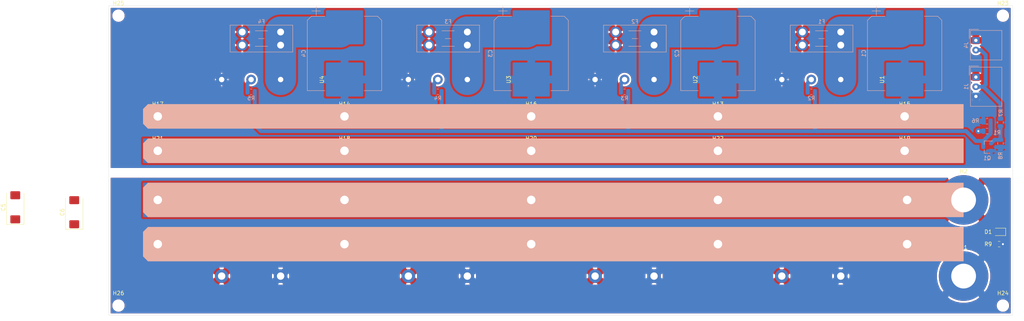
<source format=kicad_pcb>
(kicad_pcb (version 20171130) (host pcbnew "(5.1.5)-3")
  (layers (0 F.Cu signal) (31 B.Cu signal) (34 B.Paste user) (35 F.Paste user) (36 B.SilkS user) (37 F.SilkS user) (38 B.Mask user) (39 F.Mask user) (44 Edge.Cuts user))
  (net 0 "")
  (net 1 "Net-(C1-Pad1)")
  (net 2 GNDA)
  (net 3 "Net-(C2-Pad1)")
  (net 4 "Net-(C3-Pad1)")
  (net 5 "Net-(C4-Pad1)")
  (net 6 GND)
  (net 7 +12V)
  (net 8 +48V)
  (net 9 RC)
  (net 10 "Net-(R2-Pad1)")
  (net 11 "Net-(R3-Pad1)")
  (net 12 "Net-(R4-Pad1)")
  (net 13 "Net-(R5-Pad1)")
  (net 14 "Net-(J1-Pad2)")
  (net 15 "Net-(Q1-Pad1)")
  (net 16 "Net-(D1-Pad2)")
  (module ps_auv_dcdc:dcdc_48to12 (layer F.Cu) (at 227.08 48.26 270)
    (fp_text reference U1 (at 0 0.5 90) (layer F.SilkS))
    (fp_text value DCQ0150V2NBSC)
    (pad 5 thru_hole circle (at 50.8 11.18 270) (size 3.5 3.5) (drill 1.91) (layers *.Cu *.Mask) (net 7 +12V))
    (pad 1 thru_hole circle (at 0 11.18 270) (size 2.5 2.5) (drill 1.4) (layers *.Cu *.Mask) (net 1 "Net-(C1-Pad1)"))
    (pad 2 thru_hole circle (at 0 18.8 270) (size 2.5 2.5) (drill 1.4) (layers *.Cu *.Mask) (net 10 "Net-(R2-Pad1)"))
    (pad 3 thru_hole circle (at 0 26.42 270) (size 2.5 2.5) (drill 1.4) (layers *.Cu *.Mask) (net 2 GNDA))
    (pad 4 thru_hole circle (at 50.8 26.42 270) (size 3.5 3.5) (drill 1.91) (layers *.Cu *.Mask) (net 6 GND))
  )
  (module ps_auv_dcdc:dcdc_48to12 (layer F.Cu) (at 178.82 48.26 270)
    (fp_text reference U2 (at 0 0.5 90) (layer F.SilkS))
    (fp_text value DCQ0150V2NBSC)
    (pad 4 thru_hole circle (at 50.8 26.42 270) (size 3.5 3.5) (drill 1.91) (layers *.Cu *.Mask) (net 6 GND))
    (pad 3 thru_hole circle (at 0 26.42 270) (size 2.5 2.5) (drill 1.4) (layers *.Cu *.Mask) (net 2 GNDA))
    (pad 2 thru_hole circle (at 0 18.8 270) (size 2.5 2.5) (drill 1.4) (layers *.Cu *.Mask) (net 11 "Net-(R3-Pad1)"))
    (pad 1 thru_hole circle (at 0 11.18 270) (size 2.5 2.5) (drill 1.4) (layers *.Cu *.Mask) (net 3 "Net-(C2-Pad1)"))
    (pad 5 thru_hole circle (at 50.8 11.18 270) (size 3.5 3.5) (drill 1.91) (layers *.Cu *.Mask) (net 7 +12V))
  )
  (module ps_auv_dcdc:dcdc_48to12 (layer F.Cu) (at 130.56 48.26 270)
    (fp_text reference U3 (at 0 0.5 90) (layer F.SilkS))
    (fp_text value DCQ0150V2NBSC)
    (pad 5 thru_hole circle (at 50.8 11.18 270) (size 3.5 3.5) (drill 1.91) (layers *.Cu *.Mask) (net 7 +12V))
    (pad 1 thru_hole circle (at 0 11.18 270) (size 2.5 2.5) (drill 1.4) (layers *.Cu *.Mask) (net 4 "Net-(C3-Pad1)"))
    (pad 2 thru_hole circle (at 0 18.8 270) (size 2.5 2.5) (drill 1.4) (layers *.Cu *.Mask) (net 12 "Net-(R4-Pad1)"))
    (pad 3 thru_hole circle (at 0 26.42 270) (size 2.5 2.5) (drill 1.4) (layers *.Cu *.Mask) (net 2 GNDA))
    (pad 4 thru_hole circle (at 50.8 26.42 270) (size 3.5 3.5) (drill 1.91) (layers *.Cu *.Mask) (net 6 GND))
  )
  (module ps_auv_dcdc:dcdc_48to12 (layer F.Cu) (at 82.3 48.26 270)
    (fp_text reference U4 (at 0 0.5 90) (layer F.SilkS))
    (fp_text value DCQ0150V2NBSC)
    (pad 4 thru_hole circle (at 50.8 26.42 270) (size 3.5 3.5) (drill 1.91) (layers *.Cu *.Mask) (net 6 GND))
    (pad 3 thru_hole circle (at 0 26.42 270) (size 2.5 2.5) (drill 1.4) (layers *.Cu *.Mask) (net 2 GNDA))
    (pad 2 thru_hole circle (at 0 18.8 270) (size 2.5 2.5) (drill 1.4) (layers *.Cu *.Mask) (net 13 "Net-(R5-Pad1)"))
    (pad 1 thru_hole circle (at 0 11.18 270) (size 2.5 2.5) (drill 1.4) (layers *.Cu *.Mask) (net 5 "Net-(C4-Pad1)"))
    (pad 5 thru_hole circle (at 50.8 11.18 270) (size 3.5 3.5) (drill 1.91) (layers *.Cu *.Mask) (net 7 +12V))
  )
  (module Capacitor_SMD:CP_Elec_18x17.5 (layer B.Cu) (at 232.41 41.51 270)
    (fp_text reference C1 (at 0 10.55 90) (layer B.SilkS) (effects (justify mirror)))
    (fp_text value 220u)
    (fp_line (start 9.61 -9.61) (end 9.61 -5.06) (layer B.SilkS) (width 0.12))
    (fp_line (start 9.61 9.61) (end 9.61 5.06) (layer B.SilkS) (width 0.12))
    (fp_line (start -8.545563 9.61) (end 9.61 9.61) (layer B.SilkS) (width 0.12))
    (fp_line (start -8.545563 -9.61) (end 9.61 -9.61) (layer B.SilkS) (width 0.12))
    (fp_line (start -9.61 -8.545563) (end -9.61 -5.06) (layer B.SilkS) (width 0.12))
    (fp_line (start -9.61 8.545563) (end -9.61 5.06) (layer B.SilkS) (width 0.12))
    (fp_line (start -9.61 8.545563) (end -8.545563 9.61) (layer B.SilkS) (width 0.12))
    (fp_line (start -9.61 -8.545563) (end -8.545563 -9.61) (layer B.SilkS) (width 0.12))
    (fp_line (start -12.1 7.31) (end -9.85 7.31) (layer B.SilkS) (width 0.12))
    (fp_line (start -10.975 8.435) (end -10.975 6.185) (layer B.SilkS) (width 0.12))
    (pad 1 smd roundrect (at -6.75 0 270) (size 8.8 9.6) (layers B.Cu B.Paste B.Mask) (roundrect_rratio 0.028409) (net 1 "Net-(C1-Pad1)"))
    (pad 2 smd roundrect (at 6.75 0 270) (size 8.8 9.6) (layers B.Cu B.Paste B.Mask) (roundrect_rratio 0.028409) (net 2 GNDA))
  )
  (module Capacitor_SMD:CP_Elec_18x17.5 (layer B.Cu) (at 184.15 41.51 270)
    (fp_text reference C2 (at 0 10.55 90) (layer B.SilkS) (effects (justify mirror)))
    (fp_text value 220u)
    (fp_line (start -10.975 8.435) (end -10.975 6.185) (layer B.SilkS) (width 0.12))
    (fp_line (start -12.1 7.31) (end -9.85 7.31) (layer B.SilkS) (width 0.12))
    (fp_line (start -9.61 -8.545563) (end -8.545563 -9.61) (layer B.SilkS) (width 0.12))
    (fp_line (start -9.61 8.545563) (end -8.545563 9.61) (layer B.SilkS) (width 0.12))
    (fp_line (start -9.61 8.545563) (end -9.61 5.06) (layer B.SilkS) (width 0.12))
    (fp_line (start -9.61 -8.545563) (end -9.61 -5.06) (layer B.SilkS) (width 0.12))
    (fp_line (start -8.545563 -9.61) (end 9.61 -9.61) (layer B.SilkS) (width 0.12))
    (fp_line (start -8.545563 9.61) (end 9.61 9.61) (layer B.SilkS) (width 0.12))
    (fp_line (start 9.61 9.61) (end 9.61 5.06) (layer B.SilkS) (width 0.12))
    (fp_line (start 9.61 -9.61) (end 9.61 -5.06) (layer B.SilkS) (width 0.12))
    (pad 2 smd roundrect (at 6.75 0 270) (size 8.8 9.6) (layers B.Cu B.Paste B.Mask) (roundrect_rratio 0.028409) (net 2 GNDA))
    (pad 1 smd roundrect (at -6.75 0 270) (size 8.8 9.6) (layers B.Cu B.Paste B.Mask) (roundrect_rratio 0.028409) (net 3 "Net-(C2-Pad1)"))
  )
  (module Capacitor_SMD:CP_Elec_18x17.5 (layer B.Cu) (at 135.89 41.51 270)
    (fp_text reference C3 (at 0 10.55 90) (layer B.SilkS) (effects (justify mirror)))
    (fp_text value 220u)
    (fp_line (start -10.975 8.435) (end -10.975 6.185) (layer B.SilkS) (width 0.12))
    (fp_line (start -12.1 7.31) (end -9.85 7.31) (layer B.SilkS) (width 0.12))
    (fp_line (start -9.61 -8.545563) (end -8.545563 -9.61) (layer B.SilkS) (width 0.12))
    (fp_line (start -9.61 8.545563) (end -8.545563 9.61) (layer B.SilkS) (width 0.12))
    (fp_line (start -9.61 8.545563) (end -9.61 5.06) (layer B.SilkS) (width 0.12))
    (fp_line (start -9.61 -8.545563) (end -9.61 -5.06) (layer B.SilkS) (width 0.12))
    (fp_line (start -8.545563 -9.61) (end 9.61 -9.61) (layer B.SilkS) (width 0.12))
    (fp_line (start -8.545563 9.61) (end 9.61 9.61) (layer B.SilkS) (width 0.12))
    (fp_line (start 9.61 9.61) (end 9.61 5.06) (layer B.SilkS) (width 0.12))
    (fp_line (start 9.61 -9.61) (end 9.61 -5.06) (layer B.SilkS) (width 0.12))
    (pad 2 smd roundrect (at 6.75 0 270) (size 8.8 9.6) (layers B.Cu B.Paste B.Mask) (roundrect_rratio 0.028409) (net 2 GNDA))
    (pad 1 smd roundrect (at -6.75 0 270) (size 8.8 9.6) (layers B.Cu B.Paste B.Mask) (roundrect_rratio 0.028409) (net 4 "Net-(C3-Pad1)"))
  )
  (module Capacitor_SMD:CP_Elec_18x17.5 (layer B.Cu) (at 87.63 41.51 270)
    (fp_text reference C4 (at 0 10.55 90) (layer B.SilkS) (effects (justify mirror)))
    (fp_text value 220u)
    (fp_line (start 9.61 -9.61) (end 9.61 -5.06) (layer B.SilkS) (width 0.12))
    (fp_line (start 9.61 9.61) (end 9.61 5.06) (layer B.SilkS) (width 0.12))
    (fp_line (start -8.545563 9.61) (end 9.61 9.61) (layer B.SilkS) (width 0.12))
    (fp_line (start -8.545563 -9.61) (end 9.61 -9.61) (layer B.SilkS) (width 0.12))
    (fp_line (start -9.61 -8.545563) (end -9.61 -5.06) (layer B.SilkS) (width 0.12))
    (fp_line (start -9.61 8.545563) (end -9.61 5.06) (layer B.SilkS) (width 0.12))
    (fp_line (start -9.61 8.545563) (end -8.545563 9.61) (layer B.SilkS) (width 0.12))
    (fp_line (start -9.61 -8.545563) (end -8.545563 -9.61) (layer B.SilkS) (width 0.12))
    (fp_line (start -12.1 7.31) (end -9.85 7.31) (layer B.SilkS) (width 0.12))
    (fp_line (start -10.975 8.435) (end -10.975 6.185) (layer B.SilkS) (width 0.12))
    (pad 1 smd roundrect (at -6.75 0 270) (size 8.8 9.6) (layers B.Cu B.Paste B.Mask) (roundrect_rratio 0.028409) (net 5 "Net-(C4-Pad1)"))
    (pad 2 smd roundrect (at 6.75 0 270) (size 8.8 9.6) (layers B.Cu B.Paste B.Mask) (roundrect_rratio 0.028409) (net 2 GNDA))
  )
  (module Capacitor_Tantalum_SMD:CP_EIA-7343-43_Kemet-X (layer F.Cu) (at 2.54 81.28 90)
    (fp_text reference C5 (at 0 -3.1 90) (layer F.SilkS))
    (fp_text value 220u)
    (fp_line (start -4.41 2.26) (end 3.65 2.26) (layer F.SilkS) (width 0.12))
    (fp_line (start -4.41 -2.26) (end -4.41 2.26) (layer F.SilkS) (width 0.12))
    (fp_line (start 3.65 -2.26) (end -4.41 -2.26) (layer F.SilkS) (width 0.12))
    (pad 2 smd roundrect (at 3.1125 0 90) (size 2.075 2.55) (layers F.Cu F.Paste F.Mask) (roundrect_rratio 0.120482) (net 6 GND))
    (pad 1 smd roundrect (at -3.1125 0 90) (size 2.075 2.55) (layers F.Cu F.Paste F.Mask) (roundrect_rratio 0.120482) (net 7 +12V))
  )
  (module Capacitor_Tantalum_SMD:CP_EIA-7343-43_Kemet-X (layer F.Cu) (at 17.78 82.55 90)
    (fp_text reference C6 (at 0 -3.1 90) (layer F.SilkS))
    (fp_text value 220u)
    (fp_line (start 3.65 -2.26) (end -4.41 -2.26) (layer F.SilkS) (width 0.12))
    (fp_line (start -4.41 -2.26) (end -4.41 2.26) (layer F.SilkS) (width 0.12))
    (fp_line (start -4.41 2.26) (end 3.65 2.26) (layer F.SilkS) (width 0.12))
    (pad 1 smd roundrect (at -3.1125 0 90) (size 2.075 2.55) (layers F.Cu F.Paste F.Mask) (roundrect_rratio 0.120482) (net 7 +12V))
    (pad 2 smd roundrect (at 3.1125 0 90) (size 2.075 2.55) (layers F.Cu F.Paste F.Mask) (roundrect_rratio 0.120482) (net 6 GND))
  )
  (module Fuse:Fuseholder_Blade_Mini_Keystone_3568 (layer B.Cu) (at 215.9 35.97 180)
    (fp_text reference F1 (at 4.96 2.67) (layer B.SilkS) (effects (justify mirror)))
    (fp_text value "20A Fast")
    (fp_line (start -3.14 1.77) (end -3.14 -5.17) (layer B.SilkS) (width 0.12))
    (fp_line (start -3.14 -5.17) (end 13.06 -5.17) (layer B.SilkS) (width 0.12))
    (fp_line (start 13.06 -5.17) (end 13.06 1.77) (layer B.SilkS) (width 0.12))
    (fp_line (start 13.06 1.77) (end -3.14 1.77) (layer B.SilkS) (width 0.12))
    (fp_line (start 4.21 -1.7) (end 5.71 -1.7) (layer B.SilkS) (width 0.12))
    (fp_line (start 6.56 -3.7) (end 3.36 -3.7) (layer B.SilkS) (width 0.12))
    (fp_line (start 3.36 0.3) (end 6.56 0.3) (layer B.SilkS) (width 0.12))
    (pad 1 thru_hole circle (at 0 0 180) (size 2.78 2.78) (drill 1.78) (layers *.Cu *.Mask) (net 1 "Net-(C1-Pad1)"))
    (pad 1 thru_hole circle (at 0 -3.4 180) (size 2.78 2.78) (drill 1.78) (layers *.Cu *.Mask) (net 1 "Net-(C1-Pad1)"))
    (pad 2 thru_hole circle (at 9.92 0 180) (size 2.78 2.78) (drill 1.78) (layers *.Cu *.Mask) (net 8 +48V))
    (pad 2 thru_hole circle (at 9.92 -3.4 180) (size 2.78 2.78) (drill 1.78) (layers *.Cu *.Mask) (net 8 +48V))
  )
  (module Fuse:Fuseholder_Blade_Mini_Keystone_3568 (layer B.Cu) (at 167.64 35.97 180)
    (fp_text reference F2 (at 4.96 2.67) (layer B.SilkS) (effects (justify mirror)))
    (fp_text value "20A Fast")
    (fp_line (start 3.36 0.3) (end 6.56 0.3) (layer B.SilkS) (width 0.12))
    (fp_line (start 6.56 -3.7) (end 3.36 -3.7) (layer B.SilkS) (width 0.12))
    (fp_line (start 4.21 -1.7) (end 5.71 -1.7) (layer B.SilkS) (width 0.12))
    (fp_line (start 13.06 1.77) (end -3.14 1.77) (layer B.SilkS) (width 0.12))
    (fp_line (start 13.06 -5.17) (end 13.06 1.77) (layer B.SilkS) (width 0.12))
    (fp_line (start -3.14 -5.17) (end 13.06 -5.17) (layer B.SilkS) (width 0.12))
    (fp_line (start -3.14 1.77) (end -3.14 -5.17) (layer B.SilkS) (width 0.12))
    (pad 2 thru_hole circle (at 9.92 -3.4 180) (size 2.78 2.78) (drill 1.78) (layers *.Cu *.Mask) (net 8 +48V))
    (pad 2 thru_hole circle (at 9.92 0 180) (size 2.78 2.78) (drill 1.78) (layers *.Cu *.Mask) (net 8 +48V))
    (pad 1 thru_hole circle (at 0 -3.4 180) (size 2.78 2.78) (drill 1.78) (layers *.Cu *.Mask) (net 3 "Net-(C2-Pad1)"))
    (pad 1 thru_hole circle (at 0 0 180) (size 2.78 2.78) (drill 1.78) (layers *.Cu *.Mask) (net 3 "Net-(C2-Pad1)"))
  )
  (module Fuse:Fuseholder_Blade_Mini_Keystone_3568 (layer B.Cu) (at 119.38 35.97 180)
    (fp_text reference F3 (at 4.96 2.67) (layer B.SilkS) (effects (justify mirror)))
    (fp_text value "20A Fast")
    (fp_line (start -3.14 1.77) (end -3.14 -5.17) (layer B.SilkS) (width 0.12))
    (fp_line (start -3.14 -5.17) (end 13.06 -5.17) (layer B.SilkS) (width 0.12))
    (fp_line (start 13.06 -5.17) (end 13.06 1.77) (layer B.SilkS) (width 0.12))
    (fp_line (start 13.06 1.77) (end -3.14 1.77) (layer B.SilkS) (width 0.12))
    (fp_line (start 4.21 -1.7) (end 5.71 -1.7) (layer B.SilkS) (width 0.12))
    (fp_line (start 6.56 -3.7) (end 3.36 -3.7) (layer B.SilkS) (width 0.12))
    (fp_line (start 3.36 0.3) (end 6.56 0.3) (layer B.SilkS) (width 0.12))
    (pad 1 thru_hole circle (at 0 0 180) (size 2.78 2.78) (drill 1.78) (layers *.Cu *.Mask) (net 4 "Net-(C3-Pad1)"))
    (pad 1 thru_hole circle (at 0 -3.4 180) (size 2.78 2.78) (drill 1.78) (layers *.Cu *.Mask) (net 4 "Net-(C3-Pad1)"))
    (pad 2 thru_hole circle (at 9.92 0 180) (size 2.78 2.78) (drill 1.78) (layers *.Cu *.Mask) (net 8 +48V))
    (pad 2 thru_hole circle (at 9.92 -3.4 180) (size 2.78 2.78) (drill 1.78) (layers *.Cu *.Mask) (net 8 +48V))
  )
  (module Fuse:Fuseholder_Blade_Mini_Keystone_3568 (layer B.Cu) (at 71.12 35.97 180)
    (fp_text reference F4 (at 4.96 2.67) (layer B.SilkS) (effects (justify mirror)))
    (fp_text value "20A Fast")
    (fp_line (start 3.36 0.3) (end 6.56 0.3) (layer B.SilkS) (width 0.12))
    (fp_line (start 6.56 -3.7) (end 3.36 -3.7) (layer B.SilkS) (width 0.12))
    (fp_line (start 4.21 -1.7) (end 5.71 -1.7) (layer B.SilkS) (width 0.12))
    (fp_line (start 13.06 1.77) (end -3.14 1.77) (layer B.SilkS) (width 0.12))
    (fp_line (start 13.06 -5.17) (end 13.06 1.77) (layer B.SilkS) (width 0.12))
    (fp_line (start -3.14 -5.17) (end 13.06 -5.17) (layer B.SilkS) (width 0.12))
    (fp_line (start -3.14 1.77) (end -3.14 -5.17) (layer B.SilkS) (width 0.12))
    (pad 2 thru_hole circle (at 9.92 -3.4 180) (size 2.78 2.78) (drill 1.78) (layers *.Cu *.Mask) (net 8 +48V))
    (pad 2 thru_hole circle (at 9.92 0 180) (size 2.78 2.78) (drill 1.78) (layers *.Cu *.Mask) (net 8 +48V))
    (pad 1 thru_hole circle (at 0 -3.4 180) (size 2.78 2.78) (drill 1.78) (layers *.Cu *.Mask) (net 5 "Net-(C4-Pad1)"))
    (pad 1 thru_hole circle (at 0 0 180) (size 2.78 2.78) (drill 1.78) (layers *.Cu *.Mask) (net 5 "Net-(C4-Pad1)"))
  )
  (module Resistor_SMD:R_0805_2012Metric (layer B.Cu) (at 253.6975 61.595)
    (fp_text reference R1 (at 2.5885 0.381 180) (layer B.SilkS) (effects (justify mirror)))
    (fp_text value 10k)
    (fp_line (start -0.258578 0.71) (end 0.258578 0.71) (layer B.SilkS) (width 0.12))
    (fp_line (start -0.258578 -0.71) (end 0.258578 -0.71) (layer B.SilkS) (width 0.12))
    (pad 1 smd roundrect (at -0.9375 0) (size 0.975 1.4) (layers B.Cu B.Paste B.Mask) (net 8 +48V))
    (pad 2 smd roundrect (at 0.9375 0) (size 0.975 1.4) (layers B.Cu B.Paste B.Mask) (net 9 RC))
  )
  (module Resistor_SMD:R_0805_2012Metric (layer B.Cu) (at 208.28 51.435)
    (fp_text reference R2 (at 0 1.65 180) (layer B.SilkS) (effects (justify mirror)))
    (fp_text value 100)
    (fp_line (start -0.258578 -0.71) (end 0.258578 -0.71) (layer B.SilkS) (width 0.12))
    (fp_line (start -0.258578 0.71) (end 0.258578 0.71) (layer B.SilkS) (width 0.12))
    (pad 2 smd roundrect (at 0.9375 0) (size 0.975 1.4) (layers B.Cu B.Paste B.Mask) (net 9 RC))
    (pad 1 smd roundrect (at -0.9375 0) (size 0.975 1.4) (layers B.Cu B.Paste B.Mask) (net 10 "Net-(R2-Pad1)"))
  )
  (module Resistor_SMD:R_0805_2012Metric (layer B.Cu) (at 160.02 51.435)
    (fp_text reference R3 (at 0 1.65 180) (layer B.SilkS) (effects (justify mirror)))
    (fp_text value 100)
    (fp_line (start -0.258578 0.71) (end 0.258578 0.71) (layer B.SilkS) (width 0.12))
    (fp_line (start -0.258578 -0.71) (end 0.258578 -0.71) (layer B.SilkS) (width 0.12))
    (pad 1 smd roundrect (at -0.9375 0) (size 0.975 1.4) (layers B.Cu B.Paste B.Mask) (net 11 "Net-(R3-Pad1)"))
    (pad 2 smd roundrect (at 0.9375 0) (size 0.975 1.4) (layers B.Cu B.Paste B.Mask) (net 9 RC))
  )
  (module Resistor_SMD:R_0805_2012Metric (layer B.Cu) (at 111.76 51.435)
    (fp_text reference R4 (at 0 1.65) (layer B.SilkS) (effects (justify mirror)))
    (fp_text value 100)
    (fp_line (start -0.258578 -0.71) (end 0.258578 -0.71) (layer B.SilkS) (width 0.12))
    (fp_line (start -0.258578 0.71) (end 0.258578 0.71) (layer B.SilkS) (width 0.12))
    (pad 2 smd roundrect (at 0.9375 0) (size 0.975 1.4) (layers B.Cu B.Paste B.Mask) (net 9 RC))
    (pad 1 smd roundrect (at -0.9375 0) (size 0.975 1.4) (layers B.Cu B.Paste B.Mask) (net 12 "Net-(R4-Pad1)"))
  )
  (module Resistor_SMD:R_0805_2012Metric (layer B.Cu) (at 63.5 51.435)
    (fp_text reference R5 (at 0 1.65) (layer B.SilkS) (effects (justify mirror)))
    (fp_text value 100)
    (fp_line (start -0.258578 0.71) (end 0.258578 0.71) (layer B.SilkS) (width 0.12))
    (fp_line (start -0.258578 -0.71) (end 0.258578 -0.71) (layer B.SilkS) (width 0.12))
    (pad 1 smd roundrect (at -0.9375 0) (size 0.975 1.4) (layers B.Cu B.Paste B.Mask) (net 13 "Net-(R5-Pad1)"))
    (pad 2 smd roundrect (at 0.9375 0) (size 0.975 1.4) (layers B.Cu B.Paste B.Mask) (net 9 RC))
  )
  (module MountingHole:MountingHole_6.4mm_M6_Pad (layer F.Cu) (at 247.65 99.06)
    (fp_text reference H1 (at 0 -7.4) (layer F.SilkS))
    (fp_text value +12V)
    (pad 1 thru_hole circle (at 0 0) (size 12.8 12.8) (drill 6.4) (layers *.Cu *.Mask) (net 7 +12V))
  )
  (module MountingHole:MountingHole_6.4mm_M6_Pad (layer F.Cu) (at 247.65 79.375)
    (fp_text reference H2 (at 0 -7.4) (layer F.SilkS))
    (fp_text value GND)
    (pad 1 thru_hole circle (at 0 0) (size 12.8 12.8) (drill 6.4) (layers *.Cu *.Mask) (net 6 GND))
  )
  (module MountingHole:MountingHole_2.2mm_M2_Pad (layer F.Cu) (at 233.045 90.805)
    (fp_text reference H3 (at 0 -3.2) (layer F.SilkS))
    (fp_text value BB)
    (pad 1 thru_hole circle (at 0 0) (size 4.4 4.4) (drill 2.2) (layers *.Cu *.Mask) (net 7 +12V))
  )
  (module MountingHole:MountingHole_2.2mm_M2_Pad (layer F.Cu) (at 135.89 90.805)
    (fp_text reference H4 (at 0 -3.2) (layer F.SilkS))
    (fp_text value BB)
    (pad 1 thru_hole circle (at 0 0) (size 4.4 4.4) (drill 2.2) (layers *.Cu *.Mask) (net 7 +12V))
  )
  (module MountingHole:MountingHole_2.2mm_M2_Pad (layer F.Cu) (at 39.37 90.805)
    (fp_text reference H5 (at 0 -3.2) (layer F.SilkS))
    (fp_text value BB)
    (pad 1 thru_hole circle (at 0 0) (size 4.4 4.4) (drill 2.2) (layers *.Cu *.Mask) (net 7 +12V))
  )
  (module MountingHole:MountingHole_2.2mm_M2_Pad (layer F.Cu) (at 184.15 90.805)
    (fp_text reference H6 (at 0 -3.2) (layer F.SilkS))
    (fp_text value BB)
    (pad 1 thru_hole circle (at 0 0) (size 4.4 4.4) (drill 2.2) (layers *.Cu *.Mask) (net 7 +12V))
  )
  (module MountingHole:MountingHole_2.2mm_M2_Pad (layer F.Cu) (at 87.63 90.805)
    (fp_text reference H7 (at 0 -3.2) (layer F.SilkS))
    (fp_text value BB)
    (pad 1 thru_hole circle (at 0 0) (size 4.4 4.4) (drill 2.2) (layers *.Cu *.Mask) (net 7 +12V))
  )
  (module MountingHole:MountingHole_2.2mm_M2_Pad (layer F.Cu) (at 135.89 79.375)
    (fp_text reference H8 (at 0 -3.2) (layer F.SilkS))
    (fp_text value BB)
    (pad 1 thru_hole circle (at 0 0) (size 4.4 4.4) (drill 2.2) (layers *.Cu *.Mask) (net 6 GND))
  )
  (module MountingHole:MountingHole_2.2mm_M2_Pad (layer F.Cu) (at 233.045 79.375)
    (fp_text reference H9 (at 0 -3.2) (layer F.SilkS))
    (fp_text value BB)
    (pad 1 thru_hole circle (at 0 0) (size 4.4 4.4) (drill 2.2) (layers *.Cu *.Mask) (net 6 GND))
  )
  (module MountingHole:MountingHole_2.2mm_M2_Pad (layer F.Cu) (at 39.37 79.375)
    (fp_text reference H10 (at 0 -3.2) (layer F.SilkS))
    (fp_text value BB)
    (pad 1 thru_hole circle (at 0 0) (size 4.4 4.4) (drill 2.2) (layers *.Cu *.Mask) (net 6 GND))
  )
  (module MountingHole:MountingHole_2.2mm_M2_Pad (layer F.Cu) (at 184.15 79.375)
    (fp_text reference H11 (at 0 -3.2) (layer F.SilkS))
    (fp_text value BB)
    (pad 1 thru_hole circle (at 0 0) (size 4.4 4.4) (drill 2.2) (layers *.Cu *.Mask) (net 6 GND))
  )
  (module MountingHole:MountingHole_2.2mm_M2_Pad (layer F.Cu) (at 87.63 79.375)
    (fp_text reference H12 (at 0 -3.2) (layer F.SilkS))
    (fp_text value BB)
    (pad 1 thru_hole circle (at 0 0) (size 4.4 4.4) (drill 2.2) (layers *.Cu *.Mask) (net 6 GND))
  )
  (module MountingHole:MountingHole_2.2mm_M2_Pad (layer F.Cu) (at 184.15 57.785)
    (fp_text reference H13 (at 0 -3.2) (layer F.SilkS))
    (fp_text value BB)
    (pad 1 thru_hole circle (at 0 0) (size 4.4 4.4) (drill 2.2) (layers *.Cu *.Mask) (net 2 GNDA))
  )
  (module MountingHole:MountingHole_2.2mm_M2_Pad (layer F.Cu) (at 87.63 57.785)
    (fp_text reference H14 (at 0 -3.2) (layer F.SilkS))
    (fp_text value BB)
    (pad 1 thru_hole circle (at 0 0) (size 4.4 4.4) (drill 2.2) (layers *.Cu *.Mask) (net 2 GNDA))
  )
  (module MountingHole:MountingHole_2.2mm_M2_Pad (layer F.Cu) (at 232.41 57.785)
    (fp_text reference H15 (at 0 -3.2) (layer F.SilkS))
    (fp_text value BB)
    (pad 1 thru_hole circle (at 0 0) (size 4.4 4.4) (drill 2.2) (layers *.Cu *.Mask) (net 2 GNDA))
  )
  (module MountingHole:MountingHole_2.2mm_M2_Pad (layer F.Cu) (at 135.89 57.785)
    (fp_text reference H16 (at 0 -3.2) (layer F.SilkS))
    (fp_text value BB)
    (pad 1 thru_hole circle (at 0 0) (size 4.4 4.4) (drill 2.2) (layers *.Cu *.Mask) (net 2 GNDA))
  )
  (module MountingHole:MountingHole_2.2mm_M2_Pad (layer F.Cu) (at 39.37 57.785)
    (fp_text reference H17 (at 0 -3.2) (layer F.SilkS))
    (fp_text value BB)
    (pad 1 thru_hole circle (at 0 0) (size 4.4 4.4) (drill 2.2) (layers *.Cu *.Mask) (net 2 GNDA))
  )
  (module MountingHole:MountingHole_2.2mm_M2_Pad (layer F.Cu) (at 87.63 66.675)
    (fp_text reference H18 (at 0 -3.2) (layer F.SilkS))
    (fp_text value BB)
    (pad 1 thru_hole circle (at 0 0) (size 4.4 4.4) (drill 2.2) (layers *.Cu *.Mask) (net 8 +48V))
  )
  (module MountingHole:MountingHole_2.2mm_M2_Pad (layer F.Cu) (at 232.41 66.675)
    (fp_text reference H19 (at 0 -3.2) (layer F.SilkS))
    (fp_text value BB)
    (pad 1 thru_hole circle (at 0 0) (size 4.4 4.4) (drill 2.2) (layers *.Cu *.Mask) (net 8 +48V))
  )
  (module MountingHole:MountingHole_2.2mm_M2_Pad (layer F.Cu) (at 135.89 66.675)
    (fp_text reference H20 (at 0 -3.2) (layer F.SilkS))
    (fp_text value BB)
    (pad 1 thru_hole circle (at 0 0) (size 4.4 4.4) (drill 2.2) (layers *.Cu *.Mask) (net 8 +48V))
  )
  (module MountingHole:MountingHole_2.2mm_M2_Pad (layer F.Cu) (at 39.37 66.675)
    (fp_text reference H21 (at 0 -3.2) (layer F.SilkS))
    (fp_text value BB)
    (pad 1 thru_hole circle (at 0 0) (size 4.4 4.4) (drill 2.2) (layers *.Cu *.Mask) (net 8 +48V))
  )
  (module MountingHole:MountingHole_2.2mm_M2_Pad (layer F.Cu) (at 184.15 66.675)
    (fp_text reference H22 (at 0 -3.2) (layer F.SilkS))
    (fp_text value BB)
    (pad 1 thru_hole circle (at 0 0) (size 4.4 4.4) (drill 2.2) (layers *.Cu *.Mask) (net 8 +48V))
  )
  (module Resistor_SMD:R_0805_2012Metric (layer B.Cu) (at 253.6975 59.055 180)
    (fp_text reference R6 (at 2.9995 0.127) (layer B.SilkS) (effects (justify mirror)))
    (fp_text value 10k)
    (fp_line (start -0.258578 0.71) (end 0.258578 0.71) (layer B.SilkS) (width 0.12))
    (fp_line (start -0.258578 -0.71) (end 0.258578 -0.71) (layer B.SilkS) (width 0.12))
    (pad 1 smd roundrect (at -0.9375 0 180) (size 0.975 1.4) (layers B.Cu B.Paste B.Mask) (net 9 RC))
    (pad 2 smd roundrect (at 0.9375 0 180) (size 0.975 1.4) (layers B.Cu B.Paste B.Mask) (net 2 GNDA))
  )
  (module Connector_Molex:Molex_SPOX_5268-03A_1x03_P2.50mm_Horizontal (layer B.Cu) (at 250.825 47.625 270)
    (fp_text reference J1 (at 2.5 2.5 270) (layer B.SilkS) (effects (justify mirror)))
    (fp_text value On/Off)
    (fp_line (start -2.56 1.41) (end -2.56 -6.71) (layer B.SilkS) (width 0.12))
    (fp_line (start -2.56 -6.71) (end 7.56 -6.71) (layer B.SilkS) (width 0.12))
    (fp_line (start 7.56 -6.71) (end 7.56 1.41) (layer B.SilkS) (width 0.12))
    (fp_line (start 7.56 1.41) (end -2.56 1.41) (layer B.SilkS) (width 0.12))
    (fp_line (start -2.86 -0.7) (end -2.86 1.71) (layer B.SilkS) (width 0.12))
    (fp_line (start -2.86 1.71) (end -0.45 1.71) (layer B.SilkS) (width 0.12))
    (pad 1 thru_hole roundrect (at 0 0 270) (size 1.7 1.85) (drill 0.85) (layers *.Cu *.Mask) (roundrect_rratio 0.147059) (net 8 +48V))
    (pad 2 thru_hole oval (at 2.5 0 270) (size 1.7 1.85) (drill 0.85) (layers *.Cu *.Mask) (net 14 "Net-(J1-Pad2)"))
    (pad 3 thru_hole oval (at 5 0 270) (size 1.7 1.85) (drill 0.85) (layers *.Cu *.Mask) (net 2 GNDA))
  )
  (module Package_TO_SOT_SMD:SOT-23 (layer B.Cu) (at 253.73 65.725 180)
    (fp_text reference Q1 (at 0 -2.855) (layer B.SilkS) (effects (justify mirror)))
    (fp_text value BC817)
    (fp_line (start 0.76 -1.58) (end 0.76 -0.65) (layer B.SilkS) (width 0.12))
    (fp_line (start 0.76 1.58) (end 0.76 0.65) (layer B.SilkS) (width 0.12))
    (fp_line (start 0.76 1.58) (end -1.4 1.58) (layer B.SilkS) (width 0.12))
    (fp_line (start 0.76 -1.58) (end -0.7 -1.58) (layer B.SilkS) (width 0.12))
    (pad 1 smd rect (at -1 0.95 180) (size 0.9 0.8) (layers B.Cu B.Paste B.Mask) (net 15 "Net-(Q1-Pad1)"))
    (pad 2 smd rect (at -1 -0.95 180) (size 0.9 0.8) (layers B.Cu B.Paste B.Mask) (net 2 GNDA))
    (pad 3 smd rect (at 1 0 180) (size 0.9 0.8) (layers B.Cu B.Paste B.Mask) (net 9 RC))
  )
  (module Connector_Molex:Molex_SPOX_5268-02A_1x02_P2.50mm_Horizontal (layer B.Cu) (at 250.825 38.14 270)
    (fp_text reference J4 (at 1.25 2.5 90) (layer B.SilkS) (effects (justify mirror)))
    (fp_text value On/Off)
    (fp_line (start -2.56 1.41) (end -2.56 -6.71) (layer B.SilkS) (width 0.12))
    (fp_line (start -2.56 -6.71) (end 5.06 -6.71) (layer B.SilkS) (width 0.12))
    (fp_line (start 5.06 -6.71) (end 5.06 1.41) (layer B.SilkS) (width 0.12))
    (fp_line (start 5.06 1.41) (end -2.56 1.41) (layer B.SilkS) (width 0.12))
    (fp_line (start -2.86 -0.7) (end -2.86 1.71) (layer B.SilkS) (width 0.12))
    (fp_line (start -2.86 1.71) (end -0.45 1.71) (layer B.SilkS) (width 0.12))
    (pad 1 thru_hole roundrect (at 0 0 270) (size 1.7 1.85) (drill 0.85) (layers *.Cu *.Mask) (roundrect_rratio 0.147059) (net 8 +48V))
    (pad 2 thru_hole oval (at 2.5 0 270) (size 1.7 1.85) (drill 0.85) (layers *.Cu *.Mask) (net 14 "Net-(J1-Pad2)"))
  )
  (module Resistor_SMD:R_0805_2012Metric (layer B.Cu) (at 257.175 59.3575 270)
    (fp_text reference R7 (at -2.4615 -0.127 90) (layer B.SilkS) (effects (justify mirror)))
    (fp_text value 20k)
    (fp_line (start -0.258578 -0.71) (end 0.258578 -0.71) (layer B.SilkS) (width 0.12))
    (fp_line (start -0.258578 0.71) (end 0.258578 0.71) (layer B.SilkS) (width 0.12))
    (pad 2 smd roundrect (at 0.9375 0 270) (size 0.975 1.4) (layers B.Cu B.Paste B.Mask) (net 15 "Net-(Q1-Pad1)"))
    (pad 1 smd roundrect (at -0.9375 0 270) (size 0.975 1.4) (layers B.Cu B.Paste B.Mask) (net 14 "Net-(J1-Pad2)"))
  )
  (module Resistor_SMD:R_0805_2012Metric (layer B.Cu) (at 257.175 64.77 270)
    (fp_text reference R8 (at 3.175 0 90) (layer B.SilkS) (effects (justify mirror)))
    (fp_text value 20k)
    (fp_line (start -0.258578 0.71) (end 0.258578 0.71) (layer B.SilkS) (width 0.12))
    (fp_line (start -0.258578 -0.71) (end 0.258578 -0.71) (layer B.SilkS) (width 0.12))
    (pad 1 smd roundrect (at -0.9375 0 270) (size 0.975 1.4) (layers B.Cu B.Paste B.Mask) (net 15 "Net-(Q1-Pad1)"))
    (pad 2 smd roundrect (at 0.9375 0 270) (size 0.975 1.4) (layers B.Cu B.Paste B.Mask) (net 2 GNDA))
  )
  (module MountingHole:MountingHole_2.2mm_M2 (layer F.Cu) (at 257.81 31.75)
    (fp_text reference H23 (at 0 -3.2) (layer F.SilkS))
    (fp_text value Mnt)
    (pad 1 np_thru_hole circle (at 0 0) (size 2.2 2.2) (drill 2.2) (layers *.Cu *.Mask))
  )
  (module MountingHole:MountingHole_2.2mm_M2 (layer F.Cu) (at 257.81 106.68)
    (fp_text reference H24 (at 0 -3.2) (layer F.SilkS))
    (fp_text value Mnt)
    (pad 1 np_thru_hole circle (at 0 0) (size 2.2 2.2) (drill 2.2) (layers *.Cu *.Mask))
  )
  (module MountingHole:MountingHole_2.2mm_M2 (layer F.Cu) (at 29.21 31.75)
    (fp_text reference H25 (at 0 -3.2) (layer F.SilkS))
    (fp_text value Mnt)
    (pad 1 np_thru_hole circle (at 0 0) (size 2.2 2.2) (drill 2.2) (layers *.Cu *.Mask))
  )
  (module MountingHole:MountingHole_2.2mm_M2 (layer F.Cu) (at 29.21 106.68)
    (fp_text reference H26 (at 0 -3.2) (layer F.SilkS))
    (fp_text value Mnt)
    (pad 1 np_thru_hole circle (at 0 0) (size 2.2 2.2) (drill 2.2) (layers *.Cu *.Mask))
  )
  (module LED_SMD:LED_0805_2012Metric (layer F.Cu) (at 256.8425 87.63 180)
    (fp_text reference D1 (at 2.8425 0) (layer F.SilkS))
    (fp_text value power)
    (fp_line (start 1 -0.96) (end -1.685 -0.96) (layer F.SilkS) (width 0.12))
    (fp_line (start -1.685 -0.96) (end -1.685 0.96) (layer F.SilkS) (width 0.12))
    (fp_line (start -1.685 0.96) (end 1 0.96) (layer F.SilkS) (width 0.12))
    (pad 1 smd roundrect (at -0.9375 0 180) (size 0.975 1.4) (layers F.Cu F.Paste F.Mask) (net 6 GND))
    (pad 2 smd roundrect (at 0.9375 0 180) (size 0.975 1.4) (layers F.Cu F.Paste F.Mask) (net 16 "Net-(D1-Pad2)"))
  )
  (module Resistor_SMD:R_0805_2012Metric (layer F.Cu) (at 256.8425 90.805 180)
    (fp_text reference R9 (at 2.8425 0) (layer F.SilkS))
    (fp_text value 330)
    (fp_line (start -0.258578 -0.71) (end 0.258578 -0.71) (layer F.SilkS) (width 0.12))
    (fp_line (start -0.258578 0.71) (end 0.258578 0.71) (layer F.SilkS) (width 0.12))
    (pad 1 smd roundrect (at -0.9375 0 180) (size 0.975 1.4) (layers F.Cu F.Paste F.Mask) (net 7 +12V))
    (pad 2 smd roundrect (at 0.9375 0 180) (size 0.975 1.4) (layers F.Cu F.Paste F.Mask) (net 16 "Net-(D1-Pad2)"))
  )
  (gr_line (start 26.67 29.21) (end 26.67 109.22) (layer Edge.Cuts) (width 0.05))
  (gr_line (start 260.35 29.21) (end 26.67 29.21) (layer Edge.Cuts) (width 0.05))
  (gr_line (start 260.35 109.22) (end 260.35 29.21) (layer Edge.Cuts) (width 0.05))
  (gr_line (start 26.67 109.22) (end 260.35 109.22) (layer Edge.Cuts) (width 0.05))
  (segment (start 215.9 48.26) (end 215.9 35.97) (width 8) (layer B.Cu) (net 1))
  (segment (start 231.2 35.97) (end 232.41 34.76) (width 8) (layer B.Cu) (net 1))
  (segment (start 215.9 35.97) (end 231.2 35.97) (width 8) (layer B.Cu) (net 1))
  (segment (start 167.64 48.26) (end 167.64 35.97) (width 8) (layer B.Cu) (net 3))
  (segment (start 182.94 35.97) (end 184.15 34.76) (width 8) (layer B.Cu) (net 3))
  (segment (start 167.64 35.97) (end 182.94 35.97) (width 8) (layer B.Cu) (net 3))
  (segment (start 119.38 48.26) (end 119.38 35.97) (width 8) (layer B.Cu) (net 4))
  (segment (start 134.68 35.97) (end 135.89 34.76) (width 8) (layer B.Cu) (net 4))
  (segment (start 119.38 35.97) (end 134.68 35.97) (width 8) (layer B.Cu) (net 4))
  (segment (start 71.12 48.26) (end 71.12 35.97) (width 8) (layer B.Cu) (net 5))
  (segment (start 86.42 35.97) (end 87.63 34.76) (width 8) (layer B.Cu) (net 5))
  (segment (start 71.12 35.97) (end 86.42 35.97) (width 8) (layer B.Cu) (net 5))
  (segment (start 257.78 87.63) (end 257.81 87.63) (width 1) (layer F.Cu) (net 6))
  (via (at 257.81 90.805) (size 1.5) (drill 0.5) (layers F.Cu B.Cu) (net 7))
  (segment (start 257.78 90.805) (end 257.81 90.805) (width 0.25) (layer F.Cu) (net 7))
  (via (at 251.46 61.595) (size 1.5) (drill 0.5) (layers F.Cu B.Cu) (net 8))
  (segment (start 252.76 61.595) (end 251.46 61.595) (width 1) (layer B.Cu) (net 8))
  (segment (start 64.4375 59.9925) (end 64.4375 51.435) (width 1) (layer B.Cu) (net 9))
  (segment (start 209.2175 61.2625) (end 209.55 61.595) (width 1) (layer B.Cu) (net 9))
  (segment (start 209.2175 51.435) (end 209.2175 61.2625) (width 1) (layer B.Cu) (net 9))
  (segment (start 160.9575 61.2625) (end 161.29 61.595) (width 1) (layer B.Cu) (net 9))
  (segment (start 160.9575 51.435) (end 160.9575 61.2625) (width 1) (layer B.Cu) (net 9))
  (segment (start 161.29 61.595) (end 209.55 61.595) (width 1) (layer B.Cu) (net 9))
  (segment (start 112.6975 61.2625) (end 113.03 61.595) (width 1) (layer B.Cu) (net 9))
  (segment (start 66.04 61.595) (end 113.03 61.595) (width 1) (layer B.Cu) (net 9))
  (segment (start 112.6975 51.435) (end 112.6975 61.2625) (width 1) (layer B.Cu) (net 9))
  (segment (start 113.03 61.595) (end 161.29 61.595) (width 1) (layer B.Cu) (net 9))
  (segment (start 66.04 61.595) (end 64.4375 59.9925) (width 1) (layer B.Cu) (net 9))
  (segment (start 254.635 59.055) (end 254.635 61.595) (width 1) (layer B.Cu) (net 9))
  (segment (start 252.73 65.725) (end 252.73 64.135) (width 1) (layer B.Cu) (net 9))
  (segment (start 254.635 62.23) (end 254.635 61.595) (width 1) (layer B.Cu) (net 9))
  (segment (start 252.73 64.135) (end 254.635 62.23) (width 1) (layer B.Cu) (net 9))
  (segment (start 250.825 64.135) (end 252.73 64.135) (width 1) (layer B.Cu) (net 9))
  (segment (start 209.55 61.595) (end 248.285 61.595) (width 1) (layer B.Cu) (net 9))
  (segment (start 248.285 61.595) (end 250.825 64.135) (width 1) (layer B.Cu) (net 9))
  (segment (start 207.3425 49.1975) (end 208.28 48.26) (width 1) (layer B.Cu) (net 10))
  (segment (start 207.3425 51.435) (end 207.3425 49.1975) (width 1) (layer B.Cu) (net 10))
  (segment (start 159.0825 49.1975) (end 160.02 48.26) (width 1) (layer B.Cu) (net 11))
  (segment (start 159.0825 51.435) (end 159.0825 49.1975) (width 1) (layer B.Cu) (net 11))
  (segment (start 110.8225 49.1975) (end 111.76 48.26) (width 1) (layer B.Cu) (net 12))
  (segment (start 110.8225 51.435) (end 110.8225 49.1975) (width 1) (layer B.Cu) (net 12))
  (segment (start 62.5625 49.1975) (end 63.5 48.26) (width 1) (layer B.Cu) (net 13))
  (segment (start 62.5625 51.435) (end 62.5625 49.1975) (width 1) (layer B.Cu) (net 13))
  (segment (start 250.825 50.125) (end 252.77 50.125) (width 1) (layer B.Cu) (net 14))
  (segment (start 252.77 50.125) (end 253.365 49.53) (width 1) (layer B.Cu) (net 14))
  (segment (start 253.365 49.53) (end 253.365 41.91) (width 1) (layer B.Cu) (net 14))
  (segment (start 252.095 40.64) (end 250.825 40.64) (width 1) (layer B.Cu) (net 14))
  (segment (start 253.365 41.91) (end 252.095 40.64) (width 1) (layer B.Cu) (net 14))
  (segment (start 257.175 54.53) (end 252.77 50.125) (width 1) (layer B.Cu) (net 14))
  (segment (start 257.175 58.42) (end 257.175 54.53) (width 1) (layer B.Cu) (net 14))
  (segment (start 257.175 62.865) (end 257.175 60.295) (width 1) (layer B.Cu) (net 15))
  (segment (start 257.1625 63.82) (end 257.175 63.8325) (width 1) (layer B.Cu) (net 15))
  (segment (start 257.175 63.8325) (end 257.175 62.865) (width 1) (layer B.Cu) (net 15))
  (segment (start 255.6725 63.8325) (end 257.175 63.8325) (width 1) (layer B.Cu) (net 15))
  (segment (start 254.73 64.775) (end 255.6725 63.8325) (width 1) (layer B.Cu) (net 15))
  (segment (start 255.905 90.805) (end 255.905 87.63) (width 1) (layer F.Cu) (net 16))
  (zone (net 6) (net_name GND) (layer F.Cu) (connect_pads (clearance 0.508)) (min_thickness 0.254) (fill yes (arc_segments 32) (thermal_gap 0.508) (thermal_bridge_width 2))
    (polygon (pts (xy 260.35 109.22) (xy 26.67 109.22) (xy 26.67 73.66) (xy 260.35 73.66)))
  )
  (zone (net 7) (net_name +12V) (layer B.Cu) (connect_pads (clearance 0.508)) (min_thickness 0.254) (fill yes (arc_segments 32) (thermal_gap 0.508) (thermal_bridge_width 2))
    (polygon (pts (xy 26.67 109.22) (xy 260.35 109.22) (xy 260.35 73.66) (xy 26.67 73.66)))
  )
  (zone (net 8) (net_name +48V) (layer F.Cu) (connect_pads (clearance 0.508)) (min_thickness 0.254) (fill yes (arc_segments 32) (thermal_gap 0.508) (thermal_bridge_width 2))
    (polygon (pts (xy 260.35 71.12) (xy 26.67 71.12) (xy 26.67 29.21) (xy 260.35 29.21)))
  )
  (zone (net 2) (net_name GNDA) (layer B.Cu) (connect_pads (clearance 0.508)) (min_thickness 0.254) (fill yes (arc_segments 32) (thermal_gap 0.508) (thermal_bridge_width 2))
    (polygon (pts (xy 260.35 29.21) (xy 26.67 29.21) (xy 26.67 71.12) (xy 260.35 71.12)))
  )
  (zone (net 0) (net_name "") (layer B.SilkS) (connect_pads (clearance 0.508)) (min_thickness 0.254) (fill yes (arc_segments 32) (thermal_gap 0.508) (thermal_bridge_width 1))
    (polygon (pts (xy 247.65 86.36) (xy 36.83 86.36) (xy 35.56 87.63) (xy 35.56 93.98) (xy 36.83 95.25) (xy 247.65 95.25)))
  )
  (zone (net 0) (net_name "") (layer B.SilkS) (connect_pads (clearance 0.508)) (min_thickness 0.254) (fill yes (arc_segments 32) (thermal_gap 0.508) (thermal_bridge_width 1))
    (polygon (pts (xy 247.65 74.93) (xy 36.83 74.93) (xy 35.56 76.2) (xy 35.56 82.55) (xy 36.83 83.82) (xy 247.65 83.82)))
  )
  (zone (net 0) (net_name "") (layer B.SilkS) (connect_pads (clearance 0.508)) (min_thickness 0.254) (fill yes (arc_segments 32) (thermal_gap 0.508) (thermal_bridge_width 1))
    (polygon (pts (xy 247.65 60.96) (xy 36.83 60.96) (xy 35.56 59.69) (xy 35.56 55.88) (xy 36.83 54.61) (xy 247.65 54.61)))
  )
  (zone (net 0) (net_name "") (layer B.SilkS) (connect_pads (clearance 0.508)) (min_thickness 0.254) (fill yes (arc_segments 32) (thermal_gap 0.508) (thermal_bridge_width 1))
    (polygon (pts (xy 247.65 69.85) (xy 36.83 69.85) (xy 35.56 68.58) (xy 35.56 64.77) (xy 36.83 63.5) (xy 247.65 63.5)))
  )
  (zone (net 6) (net_name GND) (layer B.Cu) (priority 2) (connect_pads (clearance 0.508)) (min_thickness 0.254) (fill yes (arc_segments 32) (thermal_gap 0.508) (thermal_bridge_width 2))
    (polygon (pts (xy 247.65 74.93) (xy 35.56 74.93) (xy 35.56 83.82) (xy 247.65 83.82)))
  )
  (zone (net 8) (net_name +48V) (layer B.Cu) (priority 1) (connect_pads (clearance 0.508)) (min_thickness 0.254) (fill yes (arc_segments 32) (thermal_gap 0.508) (thermal_bridge_width 2))
    (polygon (pts (xy 247.65 69.85) (xy 35.56 69.85) (xy 35.56 63.5) (xy 247.65 63.5)))
  )
)
</source>
